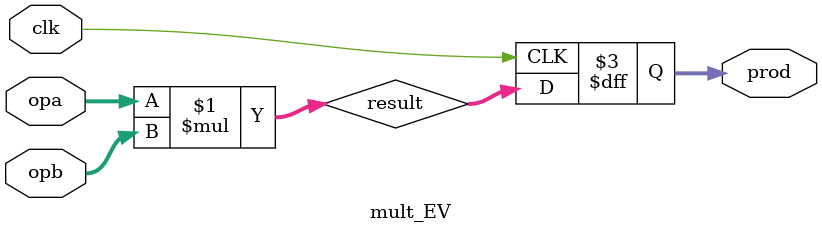
<source format=v>
module mult_EV(clk, opa, opb, prod);
input		clk;
input [23:0] opa;
input [23:0] opb;

output reg [47:0] prod;

wire [47:0] result;
assign result = opa * opb;

always @(posedge clk)
	prod <= result;

endmodule
</source>
